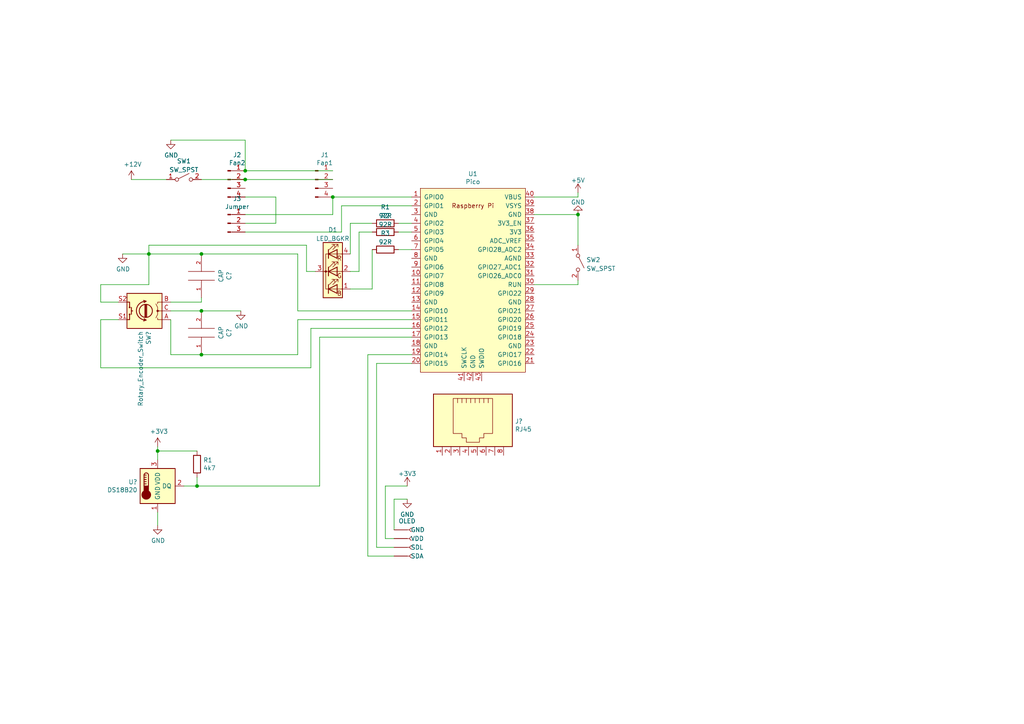
<source format=kicad_sch>
(kicad_sch (version 20211123) (generator eeschema)
  (paper "A4")
  (lib_symbols
    (symbol "Connector:Conn_01x03_Male" (pin_names (offset 1.016) hide)
      (property "Reference" "J" (at 0 5.08 0))
      (property "Value" "Conn_01x03_Male" (at 0 -5.08 0))
      (symbol "Conn_01x03_Male_1_1"
        (polyline (pts (xy 1.27 -2.54) (xy 0.8636 -2.54)) (stroke (width 0.1524)))
        (polyline (pts (xy 1.27 0) (xy 0.8636 0)) (stroke (width 0.1524)))
        (polyline (pts (xy 1.27 2.54) (xy 0.8636 2.54)) (stroke (width 0.1524)))
        (rectangle (start 0.8636 -2.413) (end 0 -2.667) (stroke (width 0.1524)) (fill (type outline)))
        (rectangle (start 0.8636 0.127) (end 0 -0.127) (stroke (width 0.1524)) (fill (type outline)))
        (rectangle (start 0.8636 2.667) (end 0 2.413) (stroke (width 0.1524)) (fill (type outline)))
        (pin passive line (at 5.08 2.54 180) (length 3.81) (name "Pin_1") (number "1"))
        (pin passive line (at 5.08 0 180) (length 3.81) (name "Pin_2") (number "2"))
        (pin passive line (at 5.08 -2.54 180) (length 3.81) (name "Pin_3") (number "3"))
      )
    )
    (symbol "Connector:Conn_01x04_Female" (pin_numbers hide) (pin_names (offset 1.016))
      (property "Reference" "OLED" (at 0.7112 -0.4353 0))
      (property "Value" "Conn_01x04_Female" (at 0.7112 -2.9722 0))
      (symbol "Conn_01x04_Female_1_1"
        (arc (start 0 -4.572) (mid -0.508 -5.08) (end 0 -5.588) (stroke (width 0.1524)))
        (arc (start 0 -2.032) (mid -0.508 -2.54) (end 0 -3.048) (stroke (width 0.1524)))
        (polyline (pts (xy -1.27 -5.08) (xy -0.508 -5.08)) (stroke (width 0.1524)))
        (polyline (pts (xy -1.27 -2.54) (xy -0.508 -2.54)) (stroke (width 0.1524)))
        (polyline (pts (xy -1.27 0) (xy -0.508 0)) (stroke (width 0.1524)))
        (polyline (pts (xy -1.27 2.54) (xy -0.508 2.54)) (stroke (width 0.1524)))
        (arc (start 0 0.508) (mid -0.508 0) (end 0 -0.508) (stroke (width 0.1524)))
        (arc (start 0 3.048) (mid -0.508 2.54) (end 0 2.032) (stroke (width 0.1524)))
        (pin power_out line (at -5.08 2.54 0) (length 3.81) (name "GND") (number "1"))
        (pin power_out line (at -5.08 0 0) (length 3.81) (name "VDD") (number "2"))
        (pin bidirectional line (at -5.08 -2.54 0) (length 3.81) (name "SDL") (number "3"))
        (pin bidirectional line (at -5.08 -5.08 0) (length 3.81) (name "SDA") (number "4"))
      )
    )
    (symbol "Connector:Conn_01x04_Male" (pin_names (offset 1.016) hide)
      (property "Reference" "J" (at 0 5.08 0))
      (property "Value" "Conn_01x04_Male" (at 0 -7.62 0))
      (symbol "Conn_01x04_Male_1_1"
        (polyline (pts (xy 1.27 -5.08) (xy 0.8636 -5.08)) (stroke (width 0.1524)))
        (polyline (pts (xy 1.27 -2.54) (xy 0.8636 -2.54)) (stroke (width 0.1524)))
        (polyline (pts (xy 1.27 0) (xy 0.8636 0)) (stroke (width 0.1524)))
        (polyline (pts (xy 1.27 2.54) (xy 0.8636 2.54)) (stroke (width 0.1524)))
        (rectangle (start 0.8636 -4.953) (end 0 -5.207) (stroke (width 0.1524)) (fill (type outline)))
        (rectangle (start 0.8636 -2.413) (end 0 -2.667) (stroke (width 0.1524)) (fill (type outline)))
        (rectangle (start 0.8636 0.127) (end 0 -0.127) (stroke (width 0.1524)) (fill (type outline)))
        (rectangle (start 0.8636 2.667) (end 0 2.413) (stroke (width 0.1524)) (fill (type outline)))
        (pin passive line (at 5.08 2.54 180) (length 3.81) (name "Pin_1") (number "1"))
        (pin passive line (at 5.08 0 180) (length 3.81) (name "Pin_2") (number "2"))
        (pin passive line (at 5.08 -2.54 180) (length 3.81) (name "Pin_3") (number "3"))
        (pin passive line (at 5.08 -5.08 180) (length 3.81) (name "Pin_4") (number "4"))
      )
    )
    (symbol "Connector:RJ45" (pin_names (offset 1.016))
      (property "Reference" "J" (at -5.08 13.97 0))
      (property "Value" "RJ45" (at 2.54 13.97 0))
      (symbol "RJ45_0_1"
        (polyline (pts (xy -5.08 4.445) (xy -6.35 4.445)))
        (polyline (pts (xy -5.08 5.715) (xy -6.35 5.715)))
        (polyline (pts (xy -6.35 -3.175) (xy -5.08 -3.175) (xy -5.08 -3.175)))
        (polyline (pts (xy -6.35 -1.905) (xy -5.08 -1.905) (xy -5.08 -1.905)))
        (polyline (pts (xy -6.35 -0.635) (xy -5.08 -0.635) (xy -5.08 -0.635)))
        (polyline (pts (xy -6.35 0.635) (xy -5.08 0.635) (xy -5.08 0.635)))
        (polyline (pts (xy -6.35 1.905) (xy -5.08 1.905) (xy -5.08 1.905)))
        (polyline (pts (xy -5.08 3.175) (xy -6.35 3.175) (xy -6.35 3.175)))
        (polyline (pts (xy -6.35 -4.445) (xy -6.35 6.985) (xy 3.81 6.985) (xy 3.81 4.445) (xy 5.08 4.445) (xy 5.08 3.175) (xy 6.35 3.175) (xy 6.35 -0.635) (xy 5.08 -0.635) (xy 5.08 -1.905) (xy 3.81 -1.905) (xy 3.81 -4.445) (xy -6.35 -4.445) (xy -6.35 -4.445)))
        (rectangle (start 7.62 12.7) (end -7.62 -10.16) (stroke (width 0.254)) (fill (type background)))
      )
      (symbol "RJ45_1_1"
        (pin passive line (at 10.16 -7.62 180) (length 2.54) (name "~") (number "1"))
        (pin passive line (at 10.16 -5.08 180) (length 2.54) (name "~") (number "2"))
        (pin passive line (at 10.16 -2.54 180) (length 2.54) (name "~") (number "3"))
        (pin passive line (at 10.16 0 180) (length 2.54) (name "~") (number "4"))
        (pin passive line (at 10.16 2.54 180) (length 2.54) (name "~") (number "5"))
        (pin passive line (at 10.16 5.08 180) (length 2.54) (name "~") (number "6"))
        (pin passive line (at 10.16 7.62 180) (length 2.54) (name "~") (number "7"))
        (pin passive line (at 10.16 10.16 180) (length 2.54) (name "~") (number "8"))
      )
    )
    (symbol "Device:LED_BGKR" (pin_names (offset 0) hide)
      (property "Reference" "D" (at 0 9.398 0))
      (property "Value" "LED_BGKR" (at 0 -8.89 0))
      (symbol "LED_BGKR_0_0"
        (text "B" (at 1.905 -6.35 0) (effects (font (size 1.27 1.27))))
        (text "G" (at 1.905 -1.27 0) (effects (font (size 1.27 1.27))))
        (text "R" (at 1.905 3.81 0) (effects (font (size 1.27 1.27))))
      )
      (symbol "LED_BGKR_0_1"
        (circle (center -2.032 0) (radius 0.254) (fill (type outline)))
        (polyline (pts (xy -1.27 -5.08) (xy 1.27 -5.08)))
        (polyline (pts (xy -1.27 -3.81) (xy -1.27 -6.35)) (stroke (width 0.254)))
        (polyline (pts (xy -1.27 0) (xy -2.54 0)))
        (polyline (pts (xy -1.27 1.27) (xy -1.27 -1.27)) (stroke (width 0.254)))
        (polyline (pts (xy -1.27 5.08) (xy 1.27 5.08)))
        (polyline (pts (xy -1.27 6.35) (xy -1.27 3.81)) (stroke (width 0.254)))
        (polyline (pts (xy 1.27 -5.08) (xy 2.54 -5.08)))
        (polyline (pts (xy 1.27 0) (xy -1.27 0)))
        (polyline (pts (xy 1.27 0) (xy 2.54 0)))
        (polyline (pts (xy 1.27 5.08) (xy 2.54 5.08)))
        (polyline (pts (xy -1.27 1.27) (xy -1.27 -1.27) (xy -1.27 -1.27)))
        (polyline (pts (xy -1.27 6.35) (xy -1.27 3.81) (xy -1.27 3.81)))
        (polyline (pts (xy -1.27 5.08) (xy -2.032 5.08) (xy -2.032 -5.08) (xy -1.016 -5.08)))
        (polyline (pts (xy 1.27 -3.81) (xy 1.27 -6.35) (xy -1.27 -5.08) (xy 1.27 -3.81)) (stroke (width 0.254)))
        (polyline (pts (xy 1.27 1.27) (xy 1.27 -1.27) (xy -1.27 0) (xy 1.27 1.27)) (stroke (width 0.254)))
        (polyline (pts (xy 1.27 6.35) (xy 1.27 3.81) (xy -1.27 5.08) (xy 1.27 6.35)) (stroke (width 0.254)))
        (polyline (pts (xy -1.016 -3.81) (xy 0.508 -2.286) (xy -0.254 -2.286) (xy 0.508 -2.286) (xy 0.508 -3.048)))
        (polyline (pts (xy -1.016 1.27) (xy 0.508 2.794) (xy -0.254 2.794) (xy 0.508 2.794) (xy 0.508 2.032)))
        (polyline (pts (xy -1.016 6.35) (xy 0.508 7.874) (xy -0.254 7.874) (xy 0.508 7.874) (xy 0.508 7.112)))
        (polyline (pts (xy 0 -3.81) (xy 1.524 -2.286) (xy 0.762 -2.286) (xy 1.524 -2.286) (xy 1.524 -3.048)))
        (polyline (pts (xy 0 1.27) (xy 1.524 2.794) (xy 0.762 2.794) (xy 1.524 2.794) (xy 1.524 2.032)))
        (polyline (pts (xy 0 6.35) (xy 1.524 7.874) (xy 0.762 7.874) (xy 1.524 7.874) (xy 1.524 7.112)))
        (rectangle (start 1.27 -1.27) (end 1.27 1.27))
        (rectangle (start 1.27 1.27) (end 1.27 1.27))
        (rectangle (start 1.27 3.81) (end 1.27 6.35))
        (rectangle (start 1.27 6.35) (end 1.27 6.35))
        (rectangle (start 2.794 8.382) (end -2.794 -7.62) (stroke (width 0.254)) (fill (type background)))
      )
      (symbol "LED_BGKR_1_1"
        (pin passive line (at 5.08 -5.08 180) (length 2.54) (name "BA") (number "1"))
        (pin passive line (at 5.08 0 180) (length 2.54) (name "GA") (number "2"))
        (pin passive line (at -5.08 0 0) (length 2.54) (name "K") (number "3"))
        (pin passive line (at 5.08 5.08 180) (length 2.54) (name "RA") (number "4"))
      )
    )
    (symbol "Device:R" (pin_numbers hide) (pin_names (offset 0))
      (property "Reference" "R" (at 2.032 0 90))
      (property "Value" "R" (at 0 0 90))
      (symbol "R_0_1"
        (rectangle (start -1.016 -2.54) (end 1.016 2.54) (stroke (width 0.254)))
      )
      (symbol "R_1_1"
        (pin passive line (at 0 3.81 270) (length 1.27) (name "~") (number "1"))
        (pin passive line (at 0 -3.81 90) (length 1.27) (name "~") (number "2"))
      )
    )
    (symbol "IoTFanControl-rescue:Pico-Raspberry_PICO" (pin_names (offset 1.016))
      (property "Reference" "U" (at -13.97 27.94 0))
      (property "Value" "Pico-Raspberry_PICO" (at 0 19.05 0))
      (symbol "Pico-Raspberry_PICO_0_0"
        (text "Raspberry Pi" (at 0 21.59 0) (effects (font (size 1.27 1.27))))
      )
      (symbol "Pico-Raspberry_PICO_0_1"
        (rectangle (start -15.24 26.67) (end 15.24 -26.67) (fill (type background)))
      )
      (symbol "Pico-Raspberry_PICO_1_1"
        (pin bidirectional line (at -17.78 24.13 0) (length 2.54) (name "GPIO0") (number "1"))
        (pin bidirectional line (at -17.78 1.27 0) (length 2.54) (name "GPIO7") (number "10"))
        (pin bidirectional line (at -17.78 -1.27 0) (length 2.54) (name "GPIO8") (number "11"))
        (pin bidirectional line (at -17.78 -3.81 0) (length 2.54) (name "GPIO9") (number "12"))
        (pin power_in line (at -17.78 -6.35 0) (length 2.54) (name "GND") (number "13"))
        (pin bidirectional line (at -17.78 -8.89 0) (length 2.54) (name "GPIO10") (number "14"))
        (pin bidirectional line (at -17.78 -11.43 0) (length 2.54) (name "GPIO11") (number "15"))
        (pin bidirectional line (at -17.78 -13.97 0) (length 2.54) (name "GPIO12") (number "16"))
        (pin bidirectional line (at -17.78 -16.51 0) (length 2.54) (name "GPIO13") (number "17"))
        (pin power_in line (at -17.78 -19.05 0) (length 2.54) (name "GND") (number "18"))
        (pin bidirectional line (at -17.78 -21.59 0) (length 2.54) (name "GPIO14") (number "19"))
        (pin bidirectional line (at -17.78 21.59 0) (length 2.54) (name "GPIO1") (number "2"))
        (pin bidirectional line (at -17.78 -24.13 0) (length 2.54) (name "GPIO15") (number "20"))
        (pin bidirectional line (at 17.78 -24.13 180) (length 2.54) (name "GPIO16") (number "21"))
        (pin bidirectional line (at 17.78 -21.59 180) (length 2.54) (name "GPIO17") (number "22"))
        (pin power_in line (at 17.78 -19.05 180) (length 2.54) (name "GND") (number "23"))
        (pin bidirectional line (at 17.78 -16.51 180) (length 2.54) (name "GPIO18") (number "24"))
        (pin bidirectional line (at 17.78 -13.97 180) (length 2.54) (name "GPIO19") (number "25"))
        (pin bidirectional line (at 17.78 -11.43 180) (length 2.54) (name "GPIO20") (number "26"))
        (pin bidirectional line (at 17.78 -8.89 180) (length 2.54) (name "GPIO21") (number "27"))
        (pin power_in line (at 17.78 -6.35 180) (length 2.54) (name "GND") (number "28"))
        (pin bidirectional line (at 17.78 -3.81 180) (length 2.54) (name "GPIO22") (number "29"))
        (pin power_in line (at -17.78 19.05 0) (length 2.54) (name "GND") (number "3"))
        (pin input line (at 17.78 -1.27 180) (length 2.54) (name "RUN") (number "30"))
        (pin bidirectional line (at 17.78 1.27 180) (length 2.54) (name "GPIO26_ADC0") (number "31"))
        (pin bidirectional line (at 17.78 3.81 180) (length 2.54) (name "GPIO27_ADC1") (number "32"))
        (pin power_in line (at 17.78 6.35 180) (length 2.54) (name "AGND") (number "33"))
        (pin bidirectional line (at 17.78 8.89 180) (length 2.54) (name "GPIO28_ADC2") (number "34"))
        (pin unspecified line (at 17.78 11.43 180) (length 2.54) (name "ADC_VREF") (number "35"))
        (pin unspecified line (at 17.78 13.97 180) (length 2.54) (name "3V3") (number "36"))
        (pin input line (at 17.78 16.51 180) (length 2.54) (name "3V3_EN") (number "37"))
        (pin bidirectional line (at 17.78 19.05 180) (length 2.54) (name "GND") (number "38"))
        (pin unspecified line (at 17.78 21.59 180) (length 2.54) (name "VSYS") (number "39"))
        (pin bidirectional line (at -17.78 16.51 0) (length 2.54) (name "GPIO2") (number "4"))
        (pin unspecified line (at 17.78 24.13 180) (length 2.54) (name "VBUS") (number "40"))
        (pin input line (at -2.54 -29.21 90) (length 2.54) (name "SWCLK") (number "41"))
        (pin power_in line (at 0 -29.21 90) (length 2.54) (name "GND") (number "42"))
        (pin bidirectional line (at 2.54 -29.21 90) (length 2.54) (name "SWDIO") (number "43"))
        (pin bidirectional line (at -17.78 13.97 0) (length 2.54) (name "GPIO3") (number "5"))
        (pin bidirectional line (at -17.78 11.43 0) (length 2.54) (name "GPIO4") (number "6"))
        (pin bidirectional line (at -17.78 8.89 0) (length 2.54) (name "GPIO5") (number "7"))
        (pin power_in line (at -17.78 6.35 0) (length 2.54) (name "GND") (number "8"))
        (pin bidirectional line (at -17.78 3.81 0) (length 2.54) (name "GPIO6") (number "9"))
      )
    )
    (symbol "IoTFanControl-rescue:Rotary_Encoder_Switch-Device" (pin_names (offset 0.254) hide)
      (property "Reference" "SW" (at 0 6.604 0))
      (property "Value" "Rotary_Encoder_Switch-Device" (at 0 -6.604 0))
      (symbol "Rotary_Encoder_Switch-Device_0_1"
        (rectangle (start -5.08 5.08) (end 5.08 -5.08) (stroke (width 0.254)) (fill (type background)))
        (circle (center -3.81 0) (radius 0.254) (fill (type outline)))
        (arc (start -0.381 -2.794) (mid 2.3622 -0.0508) (end -0.381 2.667) (stroke (width 0.254)))
        (circle (center -0.381 0) (radius 1.905) (stroke (width 0.254)))
        (polyline (pts (xy -0.635 -1.778) (xy -0.635 1.778)) (stroke (width 0.254)))
        (polyline (pts (xy -0.381 -1.778) (xy -0.381 1.778)) (stroke (width 0.254)))
        (polyline (pts (xy -0.127 1.778) (xy -0.127 -1.778)) (stroke (width 0.254)))
        (polyline (pts (xy 3.81 0) (xy 3.429 0)) (stroke (width 0.254)))
        (polyline (pts (xy 3.81 1.016) (xy 3.81 -1.016)) (stroke (width 0.254)))
        (polyline (pts (xy -5.08 -2.54) (xy -3.81 -2.54) (xy -3.81 -2.032)))
        (polyline (pts (xy -5.08 2.54) (xy -3.81 2.54) (xy -3.81 2.032)))
        (polyline (pts (xy 0.254 -3.048) (xy -0.508 -2.794) (xy 0.127 -2.413)) (stroke (width 0.254)))
        (polyline (pts (xy 0.254 2.921) (xy -0.508 2.667) (xy 0.127 2.286)) (stroke (width 0.254)))
        (polyline (pts (xy 5.08 -2.54) (xy 4.318 -2.54) (xy 4.318 -1.016)) (stroke (width 0.254)))
        (polyline (pts (xy 5.08 2.54) (xy 4.318 2.54) (xy 4.318 1.016)) (stroke (width 0.254)))
        (polyline (pts (xy -5.08 0) (xy -3.81 0) (xy -3.81 -1.016) (xy -3.302 -2.032)))
        (polyline (pts (xy -4.318 0) (xy -3.81 0) (xy -3.81 1.016) (xy -3.302 2.032)))
        (circle (center 4.318 -1.016) (radius 0.127) (stroke (width 0.254)))
        (circle (center 4.318 1.016) (radius 0.127) (stroke (width 0.254)))
      )
      (symbol "Rotary_Encoder_Switch-Device_1_1"
        (pin passive line (at -7.62 2.54 0) (length 2.54) (name "A") (number "A"))
        (pin passive line (at -7.62 -2.54 0) (length 2.54) (name "B") (number "B"))
        (pin passive line (at -7.62 0 0) (length 2.54) (name "C") (number "C"))
        (pin passive line (at 7.62 2.54 180) (length 2.54) (name "S1") (number "S1"))
        (pin passive line (at 7.62 -2.54 180) (length 2.54) (name "S2") (number "S2"))
      )
    )
    (symbol "Sensor_Temperature:DS18B20" (pin_names (offset 1.016))
      (property "Reference" "U" (at -3.81 6.35 0))
      (property "Value" "DS18B20" (at 6.35 6.35 0))
      (symbol "DS18B20_0_1"
        (rectangle (start -5.08 5.08) (end 5.08 -5.08) (stroke (width 0.254)) (fill (type background)))
        (circle (center -3.302 -2.54) (radius 1.27) (stroke (width 0.254)) (fill (type outline)))
        (rectangle (start -2.667 -1.905) (end -3.937 0) (stroke (width 0.254)) (fill (type outline)))
        (arc (start -2.667 3.175) (mid -3.302 3.81) (end -3.937 3.175) (stroke (width 0.254)))
        (polyline (pts (xy -3.937 0.635) (xy -3.302 0.635)) (stroke (width 0.254)))
        (polyline (pts (xy -3.937 1.27) (xy -3.302 1.27)) (stroke (width 0.254)))
        (polyline (pts (xy -3.937 1.905) (xy -3.302 1.905)) (stroke (width 0.254)))
        (polyline (pts (xy -3.937 2.54) (xy -3.302 2.54)) (stroke (width 0.254)))
        (polyline (pts (xy -3.937 3.175) (xy -3.937 0)) (stroke (width 0.254)))
        (polyline (pts (xy -3.937 3.175) (xy -3.302 3.175)) (stroke (width 0.254)))
        (polyline (pts (xy -2.667 3.175) (xy -2.667 0)) (stroke (width 0.254)))
      )
      (symbol "DS18B20_1_1"
        (pin power_in line (at 0 -7.62 90) (length 2.54) (name "GND") (number "1"))
        (pin bidirectional line (at 7.62 0 180) (length 2.54) (name "DQ") (number "2"))
        (pin power_in line (at 0 7.62 270) (length 2.54) (name "VDD") (number "3"))
      )
    )
    (symbol "Switch:SW_SPST" (pin_names (offset 0) hide)
      (property "Reference" "SW" (at 0 3.175 0))
      (property "Value" "SW_SPST" (at 0 -2.54 0))
      (symbol "SW_SPST_0_0"
        (circle (center -2.032 0) (radius 0.508))
        (polyline (pts (xy -1.524 0.254) (xy 1.524 1.778)))
        (circle (center 2.032 0) (radius 0.508))
      )
      (symbol "SW_SPST_1_1"
        (pin passive line (at -5.08 0 0) (length 2.54) (name "A") (number "1"))
        (pin passive line (at 5.08 0 180) (length 2.54) (name "B") (number "2"))
      )
    )
    (symbol "power:+12V" (power) (pin_names (offset 0))
      (property "Value" "+12V" (at 0 3.556 0))
      (symbol "+12V_0_1"
        (polyline (pts (xy -0.762 1.27) (xy 0 2.54)))
        (polyline (pts (xy 0 0) (xy 0 2.54)))
        (polyline (pts (xy 0 2.54) (xy 0.762 1.27)))
      )
      (symbol "+12V_1_1"
        (pin power_in line (at 0 0 90) (length 0) hide (name "+12V") (number "1"))
      )
    )
    (symbol "power:+3.3V" (power) (pin_names (offset 0))
      (property "Value" "+3.3V" (at 0 3.556 0))
      (symbol "+3.3V_0_1"
        (polyline (pts (xy -0.762 1.27) (xy 0 2.54)))
        (polyline (pts (xy 0 0) (xy 0 2.54)))
        (polyline (pts (xy 0 2.54) (xy 0.762 1.27)))
      )
      (symbol "+3.3V_1_1"
        (pin power_in line (at 0 0 90) (length 0) hide (name "+3V3") (number "1"))
      )
    )
    (symbol "power:+5V" (power) (pin_names (offset 0))
      (property "Value" "+5V" (at 0 3.556 0))
      (symbol "+5V_0_1"
        (polyline (pts (xy -0.762 1.27) (xy 0 2.54)))
        (polyline (pts (xy 0 0) (xy 0 2.54)))
        (polyline (pts (xy 0 2.54) (xy 0.762 1.27)))
      )
      (symbol "+5V_1_1"
        (pin power_in line (at 0 0 90) (length 0) hide (name "+5V") (number "1"))
      )
    )
    (symbol "power:GND" (power) (pin_names (offset 0))
      (property "Value" "GND" (at 0 -3.81 0))
      (symbol "GND_0_1"
        (polyline (pts (xy 0 0) (xy 0 -1.27) (xy 1.27 -1.27) (xy 0 -2.54) (xy -1.27 -1.27) (xy 0 -1.27)))
      )
      (symbol "GND_1_1"
        (pin power_in line (at 0 0 270) (length 0) hide (name "GND") (number "1"))
      )
    )
    (symbol "pspice:CAP" (pin_names (offset 0.254))
      (property "Reference" "C" (at 2.54 3.81 90))
      (property "Value" "CAP" (at 2.54 -3.81 90))
      (symbol "CAP_0_1"
        (polyline (pts (xy -3.81 -1.27) (xy 3.81 -1.27)))
        (polyline (pts (xy -3.81 1.27) (xy 3.81 1.27)))
      )
      (symbol "CAP_1_1"
        (pin passive line (at 0 6.35 270) (length 5.08) (name "~") (number "1"))
        (pin passive line (at 0 -6.35 90) (length 5.08) (name "~") (number "2"))
      )
    )
  )
  (junction (at 43.18 73.66))
  (junction (at 58.42 102.87))
  (junction (at 71.12 52.07))
  (junction (at 45.72 130.81))
  (junction (at 96.52 57.15))
  (junction (at 58.42 90.17))
  (junction (at 58.42 73.66))
  (junction (at 167.64 62.23))
  (junction (at 71.12 49.53))
  (junction (at 57.15 140.97))
  (wire (pts (xy 91.44 78.74) (xy 88.9 78.74)))
  (wire (pts (xy 111.76 140.97) (xy 111.76 156.21)))
  (wire (pts (xy 58.42 102.87) (xy 86.36 102.87)))
  (wire (pts (xy 154.94 57.15) (xy 167.64 57.15)))
  (wire (pts (xy 35.56 73.66) (xy 43.18 73.66)))
  (wire (pts (xy 71.12 64.77) (xy 80.01 64.77)))
  (wire (pts (xy 154.94 82.55) (xy 167.64 82.55)))
  (wire (pts (xy 43.18 71.12) (xy 43.18 73.66)))
  (wire (pts (xy 96.52 57.15) (xy 96.52 62.23)))
  (wire (pts (xy 71.12 67.31) (xy 99.06 67.31)))
  (wire (pts (xy 90.17 95.25) (xy 90.17 106.68)))
  (wire (pts (xy 57.15 140.97) (xy 92.71 140.97)))
  (wire (pts (xy 167.64 57.15) (xy 167.64 55.88)))
  (wire (pts (xy 106.68 161.29) (xy 114.3 161.29)))
  (wire (pts (xy 119.38 57.15) (xy 96.52 57.15)))
  (wire (pts (xy 115.57 72.39) (xy 119.38 72.39)))
  (wire (pts (xy 101.6 64.77) (xy 101.6 73.66)))
  (wire (pts (xy 88.9 71.12) (xy 43.18 71.12)))
  (wire (pts (xy 107.95 72.39) (xy 107.95 83.82)))
  (wire (pts (xy 86.36 90.17) (xy 119.38 90.17)))
  (wire (pts (xy 49.53 90.17) (xy 58.42 90.17)))
  (wire (pts (xy 119.38 59.69) (xy 99.06 59.69)))
  (wire (pts (xy 119.38 95.25) (xy 90.17 95.25)))
  (wire (pts (xy 86.36 73.66) (xy 86.36 90.17)))
  (wire (pts (xy 80.01 64.77) (xy 80.01 57.15)))
  (wire (pts (xy 49.53 92.71) (xy 49.53 102.87)))
  (wire (pts (xy 99.06 59.69) (xy 99.06 67.31)))
  (wire (pts (xy 107.95 64.77) (xy 101.6 64.77)))
  (wire (pts (xy 58.42 90.17) (xy 69.85 90.17)))
  (wire (pts (xy 29.21 106.68) (xy 29.21 92.71)))
  (wire (pts (xy 49.53 102.87) (xy 58.42 102.87)))
  (wire (pts (xy 58.42 73.66) (xy 43.18 73.66)))
  (wire (pts (xy 106.68 102.87) (xy 106.68 161.29)))
  (wire (pts (xy 29.21 82.55) (xy 29.21 87.63)))
  (wire (pts (xy 29.21 92.71) (xy 34.29 92.71)))
  (wire (pts (xy 119.38 102.87) (xy 106.68 102.87)))
  (wire (pts (xy 114.3 153.67) (xy 114.3 144.78)))
  (wire (pts (xy 45.72 148.59) (xy 45.72 152.4)))
  (wire (pts (xy 111.76 156.21) (xy 114.3 156.21)))
  (wire (pts (xy 57.15 130.81) (xy 45.72 130.81)))
  (wire (pts (xy 115.57 67.31) (xy 119.38 67.31)))
  (wire (pts (xy 167.64 62.23) (xy 167.64 71.12)))
  (wire (pts (xy 119.38 92.71) (xy 86.36 92.71)))
  (wire (pts (xy 118.11 140.97) (xy 111.76 140.97)))
  (wire (pts (xy 45.72 129.54) (xy 45.72 130.81)))
  (wire (pts (xy 71.12 52.07) (xy 96.52 52.07)))
  (wire (pts (xy 167.64 82.55) (xy 167.64 81.28)))
  (wire (pts (xy 86.36 92.71) (xy 86.36 102.87)))
  (wire (pts (xy 104.14 67.31) (xy 104.14 78.74)))
  (wire (pts (xy 71.12 49.53) (xy 96.52 49.53)))
  (wire (pts (xy 53.34 140.97) (xy 57.15 140.97)))
  (wire (pts (xy 80.01 57.15) (xy 71.12 57.15)))
  (wire (pts (xy 58.42 52.07) (xy 71.12 52.07)))
  (wire (pts (xy 45.72 130.81) (xy 45.72 133.35)))
  (wire (pts (xy 109.22 105.41) (xy 109.22 158.75)))
  (wire (pts (xy 49.53 87.63) (xy 58.42 87.63)))
  (wire (pts (xy 43.18 82.55) (xy 29.21 82.55)))
  (wire (pts (xy 104.14 78.74) (xy 101.6 78.74)))
  (wire (pts (xy 107.95 67.31) (xy 104.14 67.31)))
  (wire (pts (xy 38.1 52.07) (xy 48.26 52.07)))
  (wire (pts (xy 115.57 64.77) (xy 119.38 64.77)))
  (wire (pts (xy 71.12 40.64) (xy 71.12 49.53)))
  (wire (pts (xy 114.3 144.78) (xy 118.11 144.78)))
  (wire (pts (xy 58.42 73.66) (xy 86.36 73.66)))
  (wire (pts (xy 57.15 138.43) (xy 57.15 140.97)))
  (wire (pts (xy 92.71 97.79) (xy 92.71 140.97)))
  (wire (pts (xy 109.22 158.75) (xy 114.3 158.75)))
  (wire (pts (xy 58.42 87.63) (xy 58.42 86.36)))
  (wire (pts (xy 88.9 78.74) (xy 88.9 71.12)))
  (wire (pts (xy 49.53 40.64) (xy 71.12 40.64)))
  (wire (pts (xy 29.21 87.63) (xy 34.29 87.63)))
  (wire (pts (xy 119.38 97.79) (xy 92.71 97.79)))
  (wire (pts (xy 119.38 105.41) (xy 109.22 105.41)))
  (wire (pts (xy 154.94 62.23) (xy 167.64 62.23)))
  (wire (pts (xy 90.17 106.68) (xy 29.21 106.68)))
  (wire (pts (xy 43.18 73.66) (xy 43.18 82.55)))
  (wire (pts (xy 107.95 83.82) (xy 101.6 83.82)))
  (wire (pts (xy 96.52 62.23) (xy 71.12 62.23)))
  (symbol (lib_id "IoTFanControl-rescue:Pico-Raspberry_PICO") (at 137.16 81.28 0) (unit 1)
    (property "Reference" "U1" (at 137.16 50.419 0))
    (property "Value" "Pico" (at 137.16 52.7304 0))
    (property "Footprint" "RPi_Pico:RPi_Pico_SMD_TH" (effects hide))
  )
  (symbol (lib_id "Connector:RJ45") (at 135.89 121.92 270) (unit 1)
    (property "Reference" "J?" (at 149.352 122.1994 90) (effects (justify left)))
    (property "Value" "RJ45" (at 149.352 124.5108 90) (effects (justify left)))
  )
  (symbol (lib_id "Connector:Conn_01x03_Male") (at 66.04 64.77 0) (unit 1)
    (property "Reference" "J3" (at 68.7832 57.6326 0))
    (property "Value" "Jumper" (at 68.7832 59.944 0))
  )
  (symbol (lib_id "Connector:Conn_01x04_Male") (at 66.04 52.07 0) (unit 1)
    (property "Reference" "J2" (at 68.7832 44.9326 0))
    (property "Value" "Fan2" (at 68.7832 47.244 0))
  )
  (symbol (lib_id "Connector:Conn_01x04_Male") (at 91.44 52.07 0) (unit 1)
    (property "Reference" "J1" (at 94.1832 44.9326 0))
    (property "Value" "Fan1" (at 94.1832 47.244 0))
  )
  (symbol (lib_id "power:GND") (at 49.53 40.64 0) (unit 1)
    (property "Reference" "#PWR?" (effects hide))
    (property "Value" "GND" (at 49.657 45.0342 0))
  )
  (symbol (lib_id "power:+12V") (at 38.1 52.07 0) (unit 1)
    (property "Reference" "#PWR?" (effects hide))
    (property "Value" "+12V" (at 38.481 47.6758 0))
  )
  (symbol (lib_id "Sensor_Temperature:DS18B20") (at 45.72 140.97 0) (unit 1)
    (property "Reference" "U?" (at 39.878 139.8016 0) (effects (justify right)))
    (property "Value" "DS18B20" (at 39.878 142.113 0) (effects (justify right)))
    (property "Footprint" "Package_TO_SOT_THT:TO-92_Inline" (effects hide))
    (property "Datasheet" "http://datasheets.maximintegrated.com/en/ds/DS18B20.pdf" (effects hide))
  )
  (symbol (lib_id "power:+3.3V") (at 45.72 129.54 0) (unit 1)
    (property "Reference" "#PWR?" (effects hide))
    (property "Value" "+3.3V" (at 46.101 125.1458 0))
  )
  (symbol (lib_id "Device:R") (at 57.15 134.62 0) (unit 1)
    (property "Reference" "R1" (at 58.928 133.4516 0) (effects (justify left)))
    (property "Value" "4k7" (at 58.928 135.763 0) (effects (justify left)))
  )
  (symbol (lib_id "IoTFanControl-rescue:Rotary_Encoder_Switch-Device") (at 41.91 90.17 180) (unit 1)
    (property "Reference" "SW?" (at 43.0784 96.012 90) (effects (justify left)))
    (property "Value" "Rotary_Encoder_Switch" (at 40.767 96.012 90) (effects (justify left)))
  )
  (symbol (lib_id "power:GND") (at 45.72 152.4 0) (unit 1)
    (property "Reference" "#PWR?" (effects hide))
    (property "Value" "GND" (at 45.847 156.7942 0))
  )
  (symbol (lib_id "power:GND") (at 35.56 73.66 0) (unit 1)
    (property "Reference" "#PWR?" (effects hide))
    (property "Value" "GND" (at 35.687 78.0542 0))
  )
  (symbol (lib_id "pspice:CAP") (at 58.42 80.01 180) (unit 1)
    (property "Reference" "C?" (at 66.421 80.01 90))
    (property "Value" "CAP" (at 64.1096 80.01 90))
  )
  (symbol (lib_id "pspice:CAP") (at 58.42 96.52 180) (unit 1)
    (property "Reference" "C?" (at 66.421 96.52 90))
    (property "Value" "CAP" (at 64.1096 96.52 90))
  )
  (symbol (lib_id "power:GND") (at 69.85 90.17 0) (unit 1)
    (property "Reference" "#PWR?" (effects hide))
    (property "Value" "GND" (at 69.977 94.5642 0))
  )
  (symbol (lib_id "Switch:SW_SPST") (at 53.34 52.07 0) (unit 1)
    (property "Reference" "SW1" (at 53.34 46.7192 0))
    (property "Value" "SW_SPST" (at 53.34 49.2561 0))
  )
  (symbol (lib_id "power:+3.3V") (at 118.11 140.97 0) (unit 1)
    (property "Reference" "#PWR?" (effects hide))
    (property "Value" "+3.3V" (at 118.11 137.3942 0))
  )
  (symbol (lib_id "power:GND") (at 167.64 62.23 180) (unit 1)
    (property "Reference" "#PWR?" (effects hide))
    (property "Value" "GND" (at 167.64 58.6542 0))
  )
  (symbol (lib_id "Connector:Conn_01x04_Female") (at 119.38 156.21 0) (unit 1)
    (property "Reference" "OLED" (at 115.57 151.13 0) (effects (justify left)))
    (property "Value" "Conn_01x04_Female" (effects hide))
  )
  (symbol (lib_id "Device:R") (at 111.76 72.39 90) (unit 1)
    (property "Reference" "R3" (at 111.76 67.6742 90))
    (property "Value" "92R" (at 111.76 70.2111 90))
  )
  (symbol (lib_id "power:GND") (at 118.11 144.78 0) (unit 1)
    (property "Reference" "#PWR?" (effects hide))
    (property "Value" "GND" (at 118.11 149.2234 0))
  )
  (symbol (lib_id "Device:R") (at 111.76 64.77 90) (unit 1)
    (property "Reference" "R1" (at 111.76 60.0542 90))
    (property "Value" "92R" (at 111.76 62.5911 90))
  )
  (symbol (lib_id "Device:LED_BGKR") (at 96.52 78.74 0) (unit 1)
    (property "Reference" "D1" (at 96.52 66.6582 0))
    (property "Value" "LED_BGKR" (at 96.52 69.1951 0))
  )
  (symbol (lib_id "Device:R") (at 111.76 67.31 90) (unit 1)
    (property "Reference" "R2" (at 111.76 62.5942 90))
    (property "Value" "92R" (at 111.76 65.1311 90))
  )
  (symbol (lib_id "power:+5V") (at 167.64 55.88 0) (unit 1)
    (property "Reference" "#PWR?" (effects hide))
    (property "Value" "+5V" (at 167.64 52.3042 0))
  )
  (symbol (lib_id "Switch:SW_SPST") (at 167.64 76.2 270) (unit 1)
    (property "Reference" "SW2" (at 170.053 75.3653 90) (effects (justify left)))
    (property "Value" "SW_SPST" (at 170.053 77.9022 90) (effects (justify left)))
  )
)
</source>
